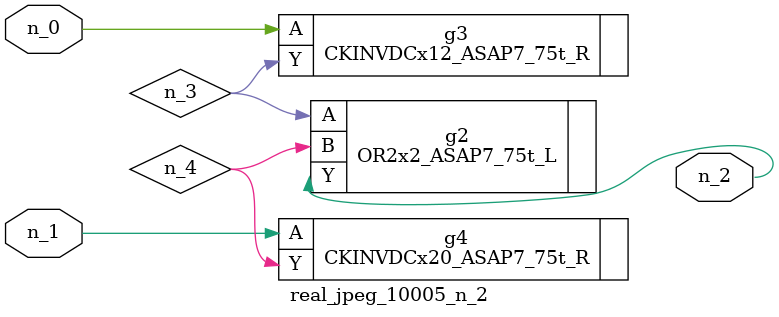
<source format=v>
module real_jpeg_10005_n_2 (n_1, n_0, n_2);

input n_1;
input n_0;

output n_2;

wire n_4;
wire n_3;

CKINVDCx12_ASAP7_75t_R g3 ( 
.A(n_0),
.Y(n_3)
);

CKINVDCx20_ASAP7_75t_R g4 ( 
.A(n_1),
.Y(n_4)
);

OR2x2_ASAP7_75t_L g2 ( 
.A(n_3),
.B(n_4),
.Y(n_2)
);


endmodule
</source>
